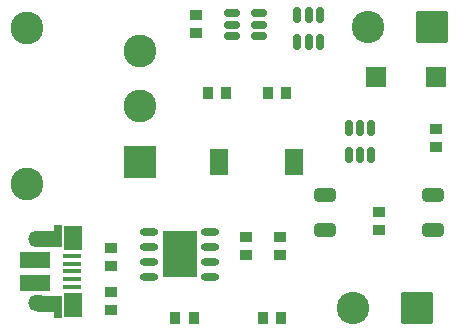
<source format=gts>
%TF.GenerationSoftware,KiCad,Pcbnew,(6.0.8)*%
%TF.CreationDate,2022-10-25T00:07:16-04:00*%
%TF.ProjectId,403_charger_v2,3430335f-6368-4617-9267-65725f76322e,rev?*%
%TF.SameCoordinates,Original*%
%TF.FileFunction,Soldermask,Top*%
%TF.FilePolarity,Negative*%
%FSLAX46Y46*%
G04 Gerber Fmt 4.6, Leading zero omitted, Abs format (unit mm)*
G04 Created by KiCad (PCBNEW (6.0.8)) date 2022-10-25 00:07:16*
%MOMM*%
%LPD*%
G01*
G04 APERTURE LIST*
G04 Aperture macros list*
%AMRoundRect*
0 Rectangle with rounded corners*
0 $1 Rounding radius*
0 $2 $3 $4 $5 $6 $7 $8 $9 X,Y pos of 4 corners*
0 Add a 4 corners polygon primitive as box body*
4,1,4,$2,$3,$4,$5,$6,$7,$8,$9,$2,$3,0*
0 Add four circle primitives for the rounded corners*
1,1,$1+$1,$2,$3*
1,1,$1+$1,$4,$5*
1,1,$1+$1,$6,$7*
1,1,$1+$1,$8,$9*
0 Add four rect primitives between the rounded corners*
20,1,$1+$1,$2,$3,$4,$5,0*
20,1,$1+$1,$4,$5,$6,$7,0*
20,1,$1+$1,$6,$7,$8,$9,0*
20,1,$1+$1,$8,$9,$2,$3,0*%
G04 Aperture macros list end*
%ADD10RoundRect,0.250000X0.650000X-0.325000X0.650000X0.325000X-0.650000X0.325000X-0.650000X-0.325000X0*%
%ADD11R,0.930000X0.980000*%
%ADD12R,1.650000X0.400000*%
%ADD13R,1.500000X2.000000*%
%ADD14R,2.000000X1.350000*%
%ADD15R,2.500000X1.430000*%
%ADD16O,1.500000X1.100000*%
%ADD17O,1.700000X1.350000*%
%ADD18R,0.700000X1.825000*%
%ADD19R,0.980000X0.930000*%
%ADD20R,1.600000X2.200000*%
%ADD21RoundRect,0.150000X0.150000X-0.512500X0.150000X0.512500X-0.150000X0.512500X-0.150000X-0.512500X0*%
%ADD22R,1.800000X1.700000*%
%ADD23RoundRect,0.150000X0.512500X0.150000X-0.512500X0.150000X-0.512500X-0.150000X0.512500X-0.150000X0*%
%ADD24R,2.775000X2.775000*%
%ADD25C,2.775000*%
%ADD26RoundRect,0.150000X-0.150000X0.512500X-0.150000X-0.512500X0.150000X-0.512500X0.150000X0.512500X0*%
%ADD27RoundRect,0.250000X1.125000X1.125000X-1.125000X1.125000X-1.125000X-1.125000X1.125000X-1.125000X0*%
%ADD28C,2.750000*%
%ADD29R,2.900000X4.000000*%
%ADD30O,1.600000X0.600000*%
%ADD31RoundRect,0.250000X-0.650000X0.325000X-0.650000X-0.325000X0.650000X-0.325000X0.650000X0.325000X0*%
G04 APERTURE END LIST*
D10*
%TO.C,C4*%
X174315000Y-77400000D03*
X174315000Y-74450000D03*
%TD*%
D11*
%TO.C,R7*%
X159930000Y-84825000D03*
X161470000Y-84825000D03*
%TD*%
D12*
%TO.C,J1*%
X143750000Y-79600000D03*
X143750000Y-80250000D03*
X143750000Y-80900000D03*
X143750000Y-81550000D03*
X143750000Y-82200000D03*
D13*
X143870000Y-83800000D03*
D14*
X141800000Y-83650000D03*
D15*
X140600000Y-79940000D03*
D13*
X143850000Y-78050000D03*
D16*
X143870000Y-83320000D03*
D17*
X140870000Y-78170000D03*
D14*
X141800000Y-78170000D03*
D18*
X142550000Y-83900000D03*
D16*
X143870000Y-78480000D03*
D17*
X140870000Y-83630000D03*
D18*
X142550000Y-77950000D03*
D15*
X140600000Y-81860000D03*
%TD*%
D19*
%TO.C,R2*%
X154300000Y-59215000D03*
X154300000Y-60755000D03*
%TD*%
D20*
%TO.C,L1*%
X162600000Y-71625000D03*
X156200000Y-71625000D03*
%TD*%
D21*
%TO.C,Q1*%
X162850000Y-61512500D03*
X163800000Y-61512500D03*
X164750000Y-61512500D03*
X164750000Y-59237500D03*
X163800000Y-59237500D03*
X162850000Y-59237500D03*
%TD*%
D19*
%TO.C,R4*%
X169800000Y-77385000D03*
X169800000Y-75845000D03*
%TD*%
D22*
%TO.C,D1*%
X169537500Y-64425000D03*
X174590000Y-64425000D03*
%TD*%
D23*
%TO.C,IC1*%
X159637500Y-60975000D03*
X159637500Y-60025000D03*
X159637500Y-59075000D03*
X157362500Y-59075000D03*
X157362500Y-60025000D03*
X157362500Y-60975000D03*
%TD*%
D24*
%TO.C,SW1*%
X149522500Y-71625000D03*
D25*
X149522500Y-66925000D03*
X149522500Y-62225000D03*
X139992500Y-73530000D03*
X139992500Y-60320000D03*
%TD*%
D19*
%TO.C,R5*%
X174600000Y-70395000D03*
X174600000Y-68855000D03*
%TD*%
D26*
%TO.C,U2*%
X169100000Y-68750000D03*
X168150000Y-68750000D03*
X167200000Y-68750000D03*
X167200000Y-71025000D03*
X168150000Y-71025000D03*
X169100000Y-71025000D03*
%TD*%
D27*
%TO.C,J3*%
X173000000Y-84000000D03*
D28*
X167600000Y-84000000D03*
%TD*%
D11*
%TO.C,C1*%
X155290000Y-65825000D03*
X156830000Y-65825000D03*
%TD*%
D29*
%TO.C,U1*%
X152880000Y-79455000D03*
D30*
X150280000Y-77550000D03*
X150280000Y-78820000D03*
X150280000Y-80090000D03*
X150280000Y-81360000D03*
X155480000Y-81360000D03*
X155480000Y-80090000D03*
X155480000Y-78820000D03*
X155480000Y-77550000D03*
%TD*%
D19*
%TO.C,D2*%
X158549000Y-79526600D03*
X158549000Y-77986600D03*
%TD*%
D11*
%TO.C,R1*%
X161880000Y-65825000D03*
X160340000Y-65825000D03*
%TD*%
D19*
%TO.C,R3*%
X147100000Y-80440000D03*
X147100000Y-78900000D03*
%TD*%
D31*
%TO.C,C3*%
X165200000Y-74450000D03*
X165200000Y-77400000D03*
%TD*%
D11*
%TO.C,R6*%
X152530000Y-84825000D03*
X154070000Y-84825000D03*
%TD*%
D19*
%TO.C,D3*%
X161349000Y-79526600D03*
X161349000Y-77986600D03*
%TD*%
D27*
%TO.C,J2*%
X174250000Y-60225000D03*
D28*
X168850000Y-60225000D03*
%TD*%
D19*
%TO.C,C2*%
X147100000Y-82685000D03*
X147100000Y-84225000D03*
%TD*%
M02*

</source>
